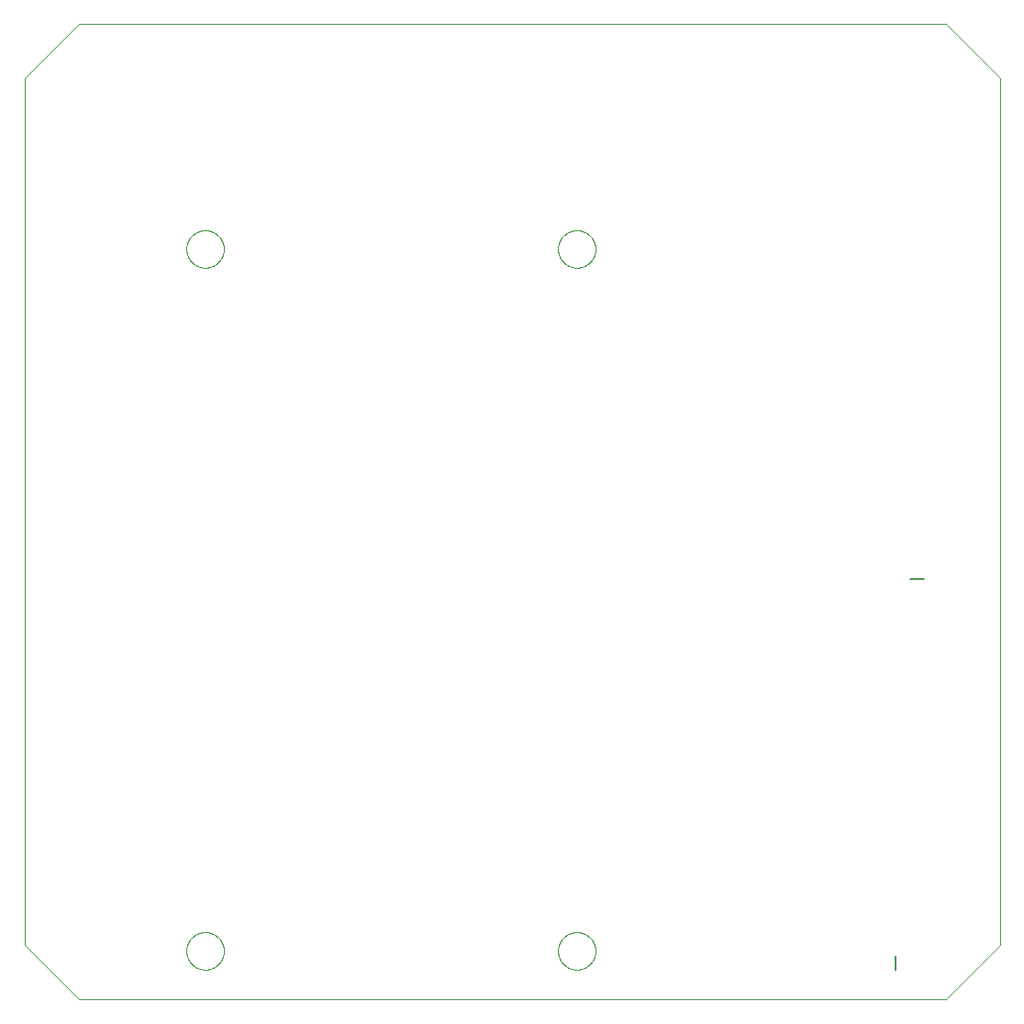
<source format=gbo>
G75*
%MOIN*%
%OFA0B0*%
%FSLAX25Y25*%
%IPPOS*%
%LPD*%
%AMOC8*
5,1,8,0,0,1.08239X$1,22.5*
%
%ADD10C,0.00000*%
%ADD11R,0.00394X0.00394*%
%ADD12R,0.07874X0.00394*%
%ADD13R,0.14173X0.00394*%
%ADD14R,0.18504X0.00394*%
%ADD15R,0.11417X0.00394*%
%ADD16R,0.09449X0.00394*%
%ADD17R,0.16142X0.00394*%
%ADD18R,0.27165X0.00394*%
%ADD19R,0.07480X0.00394*%
%ADD20R,0.14961X0.00394*%
%ADD21R,0.05906X0.00394*%
%ADD22R,0.31102X0.00394*%
%ADD23R,0.13780X0.00394*%
%ADD24R,0.11024X0.00394*%
%ADD25R,0.00787X0.00394*%
%ADD26R,0.08661X0.00394*%
%ADD27R,0.09843X0.00394*%
%ADD28R,0.09055X0.00394*%
%ADD29R,0.08268X0.00394*%
%ADD30R,0.07087X0.00394*%
%ADD31R,0.06693X0.00394*%
%ADD32R,0.06299X0.00394*%
%ADD33R,0.03150X0.00394*%
%ADD34R,0.02756X0.00394*%
%ADD35R,0.05512X0.00394*%
%ADD36R,0.05118X0.00394*%
%ADD37R,0.03937X0.00394*%
%ADD38R,0.02362X0.00394*%
%ADD39R,0.04724X0.00394*%
%ADD40R,0.01181X0.00394*%
%ADD41R,0.04331X0.00394*%
%ADD42R,0.03543X0.00394*%
%ADD43R,0.10630X0.00394*%
%ADD44R,0.12205X0.00394*%
%ADD45R,0.01969X0.00394*%
%ADD46R,0.13386X0.00394*%
%ADD47R,0.12598X0.00394*%
%ADD48R,0.10236X0.00394*%
%ADD49R,0.01575X0.00394*%
%ADD50R,0.15354X0.00394*%
%ADD51R,0.15748X0.00394*%
%ADD52R,0.14567X0.00394*%
%ADD53R,0.17717X0.00394*%
%ADD54R,0.11811X0.00394*%
%ADD55R,0.19685X0.00394*%
%ADD56R,0.17323X0.00394*%
%ADD57R,0.19291X0.00394*%
%ADD58R,0.26378X0.00394*%
%ADD59R,0.30315X0.00394*%
%ADD60R,0.29134X0.00394*%
%ADD61R,0.24803X0.00394*%
%ADD62R,0.21260X0.00394*%
%ADD63C,0.00800*%
D10*
X0020685Y0001812D02*
X0335646Y0001812D01*
X0355331Y0021497D01*
X0355331Y0336458D01*
X0335646Y0356143D01*
X0020685Y0356143D01*
X0001000Y0336458D01*
X0001000Y0021497D01*
X0020685Y0001812D01*
X0059855Y0019497D02*
X0059857Y0019664D01*
X0059863Y0019830D01*
X0059873Y0019997D01*
X0059888Y0020163D01*
X0059906Y0020328D01*
X0059929Y0020493D01*
X0059955Y0020658D01*
X0059985Y0020822D01*
X0060020Y0020985D01*
X0060059Y0021147D01*
X0060101Y0021308D01*
X0060147Y0021468D01*
X0060198Y0021627D01*
X0060252Y0021785D01*
X0060310Y0021941D01*
X0060372Y0022096D01*
X0060438Y0022249D01*
X0060507Y0022401D01*
X0060580Y0022550D01*
X0060657Y0022698D01*
X0060737Y0022844D01*
X0060821Y0022988D01*
X0060909Y0023130D01*
X0060999Y0023270D01*
X0061094Y0023407D01*
X0061191Y0023542D01*
X0061292Y0023675D01*
X0061396Y0023805D01*
X0061504Y0023933D01*
X0061614Y0024058D01*
X0061728Y0024180D01*
X0061844Y0024299D01*
X0061963Y0024415D01*
X0062085Y0024529D01*
X0062210Y0024639D01*
X0062338Y0024747D01*
X0062468Y0024851D01*
X0062601Y0024952D01*
X0062736Y0025049D01*
X0062873Y0025144D01*
X0063013Y0025234D01*
X0063155Y0025322D01*
X0063299Y0025406D01*
X0063445Y0025486D01*
X0063593Y0025563D01*
X0063742Y0025636D01*
X0063894Y0025705D01*
X0064047Y0025771D01*
X0064202Y0025833D01*
X0064358Y0025891D01*
X0064516Y0025945D01*
X0064675Y0025996D01*
X0064835Y0026042D01*
X0064996Y0026084D01*
X0065158Y0026123D01*
X0065321Y0026158D01*
X0065485Y0026188D01*
X0065650Y0026214D01*
X0065815Y0026237D01*
X0065980Y0026255D01*
X0066146Y0026270D01*
X0066313Y0026280D01*
X0066479Y0026286D01*
X0066646Y0026288D01*
X0066813Y0026286D01*
X0066979Y0026280D01*
X0067146Y0026270D01*
X0067312Y0026255D01*
X0067477Y0026237D01*
X0067642Y0026214D01*
X0067807Y0026188D01*
X0067971Y0026158D01*
X0068134Y0026123D01*
X0068296Y0026084D01*
X0068457Y0026042D01*
X0068617Y0025996D01*
X0068776Y0025945D01*
X0068934Y0025891D01*
X0069090Y0025833D01*
X0069245Y0025771D01*
X0069398Y0025705D01*
X0069550Y0025636D01*
X0069699Y0025563D01*
X0069847Y0025486D01*
X0069993Y0025406D01*
X0070137Y0025322D01*
X0070279Y0025234D01*
X0070419Y0025144D01*
X0070556Y0025049D01*
X0070691Y0024952D01*
X0070824Y0024851D01*
X0070954Y0024747D01*
X0071082Y0024639D01*
X0071207Y0024529D01*
X0071329Y0024415D01*
X0071448Y0024299D01*
X0071564Y0024180D01*
X0071678Y0024058D01*
X0071788Y0023933D01*
X0071896Y0023805D01*
X0072000Y0023675D01*
X0072101Y0023542D01*
X0072198Y0023407D01*
X0072293Y0023270D01*
X0072383Y0023130D01*
X0072471Y0022988D01*
X0072555Y0022844D01*
X0072635Y0022698D01*
X0072712Y0022550D01*
X0072785Y0022401D01*
X0072854Y0022249D01*
X0072920Y0022096D01*
X0072982Y0021941D01*
X0073040Y0021785D01*
X0073094Y0021627D01*
X0073145Y0021468D01*
X0073191Y0021308D01*
X0073233Y0021147D01*
X0073272Y0020985D01*
X0073307Y0020822D01*
X0073337Y0020658D01*
X0073363Y0020493D01*
X0073386Y0020328D01*
X0073404Y0020163D01*
X0073419Y0019997D01*
X0073429Y0019830D01*
X0073435Y0019664D01*
X0073437Y0019497D01*
X0073435Y0019330D01*
X0073429Y0019164D01*
X0073419Y0018997D01*
X0073404Y0018831D01*
X0073386Y0018666D01*
X0073363Y0018501D01*
X0073337Y0018336D01*
X0073307Y0018172D01*
X0073272Y0018009D01*
X0073233Y0017847D01*
X0073191Y0017686D01*
X0073145Y0017526D01*
X0073094Y0017367D01*
X0073040Y0017209D01*
X0072982Y0017053D01*
X0072920Y0016898D01*
X0072854Y0016745D01*
X0072785Y0016593D01*
X0072712Y0016444D01*
X0072635Y0016296D01*
X0072555Y0016150D01*
X0072471Y0016006D01*
X0072383Y0015864D01*
X0072293Y0015724D01*
X0072198Y0015587D01*
X0072101Y0015452D01*
X0072000Y0015319D01*
X0071896Y0015189D01*
X0071788Y0015061D01*
X0071678Y0014936D01*
X0071564Y0014814D01*
X0071448Y0014695D01*
X0071329Y0014579D01*
X0071207Y0014465D01*
X0071082Y0014355D01*
X0070954Y0014247D01*
X0070824Y0014143D01*
X0070691Y0014042D01*
X0070556Y0013945D01*
X0070419Y0013850D01*
X0070279Y0013760D01*
X0070137Y0013672D01*
X0069993Y0013588D01*
X0069847Y0013508D01*
X0069699Y0013431D01*
X0069550Y0013358D01*
X0069398Y0013289D01*
X0069245Y0013223D01*
X0069090Y0013161D01*
X0068934Y0013103D01*
X0068776Y0013049D01*
X0068617Y0012998D01*
X0068457Y0012952D01*
X0068296Y0012910D01*
X0068134Y0012871D01*
X0067971Y0012836D01*
X0067807Y0012806D01*
X0067642Y0012780D01*
X0067477Y0012757D01*
X0067312Y0012739D01*
X0067146Y0012724D01*
X0066979Y0012714D01*
X0066813Y0012708D01*
X0066646Y0012706D01*
X0066479Y0012708D01*
X0066313Y0012714D01*
X0066146Y0012724D01*
X0065980Y0012739D01*
X0065815Y0012757D01*
X0065650Y0012780D01*
X0065485Y0012806D01*
X0065321Y0012836D01*
X0065158Y0012871D01*
X0064996Y0012910D01*
X0064835Y0012952D01*
X0064675Y0012998D01*
X0064516Y0013049D01*
X0064358Y0013103D01*
X0064202Y0013161D01*
X0064047Y0013223D01*
X0063894Y0013289D01*
X0063742Y0013358D01*
X0063593Y0013431D01*
X0063445Y0013508D01*
X0063299Y0013588D01*
X0063155Y0013672D01*
X0063013Y0013760D01*
X0062873Y0013850D01*
X0062736Y0013945D01*
X0062601Y0014042D01*
X0062468Y0014143D01*
X0062338Y0014247D01*
X0062210Y0014355D01*
X0062085Y0014465D01*
X0061963Y0014579D01*
X0061844Y0014695D01*
X0061728Y0014814D01*
X0061614Y0014936D01*
X0061504Y0015061D01*
X0061396Y0015189D01*
X0061292Y0015319D01*
X0061191Y0015452D01*
X0061094Y0015587D01*
X0060999Y0015724D01*
X0060909Y0015864D01*
X0060821Y0016006D01*
X0060737Y0016150D01*
X0060657Y0016296D01*
X0060580Y0016444D01*
X0060507Y0016593D01*
X0060438Y0016745D01*
X0060372Y0016898D01*
X0060310Y0017053D01*
X0060252Y0017209D01*
X0060198Y0017367D01*
X0060147Y0017526D01*
X0060101Y0017686D01*
X0060059Y0017847D01*
X0060020Y0018009D01*
X0059985Y0018172D01*
X0059955Y0018336D01*
X0059929Y0018501D01*
X0059906Y0018666D01*
X0059888Y0018831D01*
X0059873Y0018997D01*
X0059863Y0019164D01*
X0059857Y0019330D01*
X0059855Y0019497D01*
X0194855Y0019497D02*
X0194857Y0019664D01*
X0194863Y0019830D01*
X0194873Y0019997D01*
X0194888Y0020163D01*
X0194906Y0020328D01*
X0194929Y0020493D01*
X0194955Y0020658D01*
X0194985Y0020822D01*
X0195020Y0020985D01*
X0195059Y0021147D01*
X0195101Y0021308D01*
X0195147Y0021468D01*
X0195198Y0021627D01*
X0195252Y0021785D01*
X0195310Y0021941D01*
X0195372Y0022096D01*
X0195438Y0022249D01*
X0195507Y0022401D01*
X0195580Y0022550D01*
X0195657Y0022698D01*
X0195737Y0022844D01*
X0195821Y0022988D01*
X0195909Y0023130D01*
X0195999Y0023270D01*
X0196094Y0023407D01*
X0196191Y0023542D01*
X0196292Y0023675D01*
X0196396Y0023805D01*
X0196504Y0023933D01*
X0196614Y0024058D01*
X0196728Y0024180D01*
X0196844Y0024299D01*
X0196963Y0024415D01*
X0197085Y0024529D01*
X0197210Y0024639D01*
X0197338Y0024747D01*
X0197468Y0024851D01*
X0197601Y0024952D01*
X0197736Y0025049D01*
X0197873Y0025144D01*
X0198013Y0025234D01*
X0198155Y0025322D01*
X0198299Y0025406D01*
X0198445Y0025486D01*
X0198593Y0025563D01*
X0198742Y0025636D01*
X0198894Y0025705D01*
X0199047Y0025771D01*
X0199202Y0025833D01*
X0199358Y0025891D01*
X0199516Y0025945D01*
X0199675Y0025996D01*
X0199835Y0026042D01*
X0199996Y0026084D01*
X0200158Y0026123D01*
X0200321Y0026158D01*
X0200485Y0026188D01*
X0200650Y0026214D01*
X0200815Y0026237D01*
X0200980Y0026255D01*
X0201146Y0026270D01*
X0201313Y0026280D01*
X0201479Y0026286D01*
X0201646Y0026288D01*
X0201813Y0026286D01*
X0201979Y0026280D01*
X0202146Y0026270D01*
X0202312Y0026255D01*
X0202477Y0026237D01*
X0202642Y0026214D01*
X0202807Y0026188D01*
X0202971Y0026158D01*
X0203134Y0026123D01*
X0203296Y0026084D01*
X0203457Y0026042D01*
X0203617Y0025996D01*
X0203776Y0025945D01*
X0203934Y0025891D01*
X0204090Y0025833D01*
X0204245Y0025771D01*
X0204398Y0025705D01*
X0204550Y0025636D01*
X0204699Y0025563D01*
X0204847Y0025486D01*
X0204993Y0025406D01*
X0205137Y0025322D01*
X0205279Y0025234D01*
X0205419Y0025144D01*
X0205556Y0025049D01*
X0205691Y0024952D01*
X0205824Y0024851D01*
X0205954Y0024747D01*
X0206082Y0024639D01*
X0206207Y0024529D01*
X0206329Y0024415D01*
X0206448Y0024299D01*
X0206564Y0024180D01*
X0206678Y0024058D01*
X0206788Y0023933D01*
X0206896Y0023805D01*
X0207000Y0023675D01*
X0207101Y0023542D01*
X0207198Y0023407D01*
X0207293Y0023270D01*
X0207383Y0023130D01*
X0207471Y0022988D01*
X0207555Y0022844D01*
X0207635Y0022698D01*
X0207712Y0022550D01*
X0207785Y0022401D01*
X0207854Y0022249D01*
X0207920Y0022096D01*
X0207982Y0021941D01*
X0208040Y0021785D01*
X0208094Y0021627D01*
X0208145Y0021468D01*
X0208191Y0021308D01*
X0208233Y0021147D01*
X0208272Y0020985D01*
X0208307Y0020822D01*
X0208337Y0020658D01*
X0208363Y0020493D01*
X0208386Y0020328D01*
X0208404Y0020163D01*
X0208419Y0019997D01*
X0208429Y0019830D01*
X0208435Y0019664D01*
X0208437Y0019497D01*
X0208435Y0019330D01*
X0208429Y0019164D01*
X0208419Y0018997D01*
X0208404Y0018831D01*
X0208386Y0018666D01*
X0208363Y0018501D01*
X0208337Y0018336D01*
X0208307Y0018172D01*
X0208272Y0018009D01*
X0208233Y0017847D01*
X0208191Y0017686D01*
X0208145Y0017526D01*
X0208094Y0017367D01*
X0208040Y0017209D01*
X0207982Y0017053D01*
X0207920Y0016898D01*
X0207854Y0016745D01*
X0207785Y0016593D01*
X0207712Y0016444D01*
X0207635Y0016296D01*
X0207555Y0016150D01*
X0207471Y0016006D01*
X0207383Y0015864D01*
X0207293Y0015724D01*
X0207198Y0015587D01*
X0207101Y0015452D01*
X0207000Y0015319D01*
X0206896Y0015189D01*
X0206788Y0015061D01*
X0206678Y0014936D01*
X0206564Y0014814D01*
X0206448Y0014695D01*
X0206329Y0014579D01*
X0206207Y0014465D01*
X0206082Y0014355D01*
X0205954Y0014247D01*
X0205824Y0014143D01*
X0205691Y0014042D01*
X0205556Y0013945D01*
X0205419Y0013850D01*
X0205279Y0013760D01*
X0205137Y0013672D01*
X0204993Y0013588D01*
X0204847Y0013508D01*
X0204699Y0013431D01*
X0204550Y0013358D01*
X0204398Y0013289D01*
X0204245Y0013223D01*
X0204090Y0013161D01*
X0203934Y0013103D01*
X0203776Y0013049D01*
X0203617Y0012998D01*
X0203457Y0012952D01*
X0203296Y0012910D01*
X0203134Y0012871D01*
X0202971Y0012836D01*
X0202807Y0012806D01*
X0202642Y0012780D01*
X0202477Y0012757D01*
X0202312Y0012739D01*
X0202146Y0012724D01*
X0201979Y0012714D01*
X0201813Y0012708D01*
X0201646Y0012706D01*
X0201479Y0012708D01*
X0201313Y0012714D01*
X0201146Y0012724D01*
X0200980Y0012739D01*
X0200815Y0012757D01*
X0200650Y0012780D01*
X0200485Y0012806D01*
X0200321Y0012836D01*
X0200158Y0012871D01*
X0199996Y0012910D01*
X0199835Y0012952D01*
X0199675Y0012998D01*
X0199516Y0013049D01*
X0199358Y0013103D01*
X0199202Y0013161D01*
X0199047Y0013223D01*
X0198894Y0013289D01*
X0198742Y0013358D01*
X0198593Y0013431D01*
X0198445Y0013508D01*
X0198299Y0013588D01*
X0198155Y0013672D01*
X0198013Y0013760D01*
X0197873Y0013850D01*
X0197736Y0013945D01*
X0197601Y0014042D01*
X0197468Y0014143D01*
X0197338Y0014247D01*
X0197210Y0014355D01*
X0197085Y0014465D01*
X0196963Y0014579D01*
X0196844Y0014695D01*
X0196728Y0014814D01*
X0196614Y0014936D01*
X0196504Y0015061D01*
X0196396Y0015189D01*
X0196292Y0015319D01*
X0196191Y0015452D01*
X0196094Y0015587D01*
X0195999Y0015724D01*
X0195909Y0015864D01*
X0195821Y0016006D01*
X0195737Y0016150D01*
X0195657Y0016296D01*
X0195580Y0016444D01*
X0195507Y0016593D01*
X0195438Y0016745D01*
X0195372Y0016898D01*
X0195310Y0017053D01*
X0195252Y0017209D01*
X0195198Y0017367D01*
X0195147Y0017526D01*
X0195101Y0017686D01*
X0195059Y0017847D01*
X0195020Y0018009D01*
X0194985Y0018172D01*
X0194955Y0018336D01*
X0194929Y0018501D01*
X0194906Y0018666D01*
X0194888Y0018831D01*
X0194873Y0018997D01*
X0194863Y0019164D01*
X0194857Y0019330D01*
X0194855Y0019497D01*
X0194855Y0274497D02*
X0194857Y0274664D01*
X0194863Y0274830D01*
X0194873Y0274997D01*
X0194888Y0275163D01*
X0194906Y0275328D01*
X0194929Y0275493D01*
X0194955Y0275658D01*
X0194985Y0275822D01*
X0195020Y0275985D01*
X0195059Y0276147D01*
X0195101Y0276308D01*
X0195147Y0276468D01*
X0195198Y0276627D01*
X0195252Y0276785D01*
X0195310Y0276941D01*
X0195372Y0277096D01*
X0195438Y0277249D01*
X0195507Y0277401D01*
X0195580Y0277550D01*
X0195657Y0277698D01*
X0195737Y0277844D01*
X0195821Y0277988D01*
X0195909Y0278130D01*
X0195999Y0278270D01*
X0196094Y0278407D01*
X0196191Y0278542D01*
X0196292Y0278675D01*
X0196396Y0278805D01*
X0196504Y0278933D01*
X0196614Y0279058D01*
X0196728Y0279180D01*
X0196844Y0279299D01*
X0196963Y0279415D01*
X0197085Y0279529D01*
X0197210Y0279639D01*
X0197338Y0279747D01*
X0197468Y0279851D01*
X0197601Y0279952D01*
X0197736Y0280049D01*
X0197873Y0280144D01*
X0198013Y0280234D01*
X0198155Y0280322D01*
X0198299Y0280406D01*
X0198445Y0280486D01*
X0198593Y0280563D01*
X0198742Y0280636D01*
X0198894Y0280705D01*
X0199047Y0280771D01*
X0199202Y0280833D01*
X0199358Y0280891D01*
X0199516Y0280945D01*
X0199675Y0280996D01*
X0199835Y0281042D01*
X0199996Y0281084D01*
X0200158Y0281123D01*
X0200321Y0281158D01*
X0200485Y0281188D01*
X0200650Y0281214D01*
X0200815Y0281237D01*
X0200980Y0281255D01*
X0201146Y0281270D01*
X0201313Y0281280D01*
X0201479Y0281286D01*
X0201646Y0281288D01*
X0201813Y0281286D01*
X0201979Y0281280D01*
X0202146Y0281270D01*
X0202312Y0281255D01*
X0202477Y0281237D01*
X0202642Y0281214D01*
X0202807Y0281188D01*
X0202971Y0281158D01*
X0203134Y0281123D01*
X0203296Y0281084D01*
X0203457Y0281042D01*
X0203617Y0280996D01*
X0203776Y0280945D01*
X0203934Y0280891D01*
X0204090Y0280833D01*
X0204245Y0280771D01*
X0204398Y0280705D01*
X0204550Y0280636D01*
X0204699Y0280563D01*
X0204847Y0280486D01*
X0204993Y0280406D01*
X0205137Y0280322D01*
X0205279Y0280234D01*
X0205419Y0280144D01*
X0205556Y0280049D01*
X0205691Y0279952D01*
X0205824Y0279851D01*
X0205954Y0279747D01*
X0206082Y0279639D01*
X0206207Y0279529D01*
X0206329Y0279415D01*
X0206448Y0279299D01*
X0206564Y0279180D01*
X0206678Y0279058D01*
X0206788Y0278933D01*
X0206896Y0278805D01*
X0207000Y0278675D01*
X0207101Y0278542D01*
X0207198Y0278407D01*
X0207293Y0278270D01*
X0207383Y0278130D01*
X0207471Y0277988D01*
X0207555Y0277844D01*
X0207635Y0277698D01*
X0207712Y0277550D01*
X0207785Y0277401D01*
X0207854Y0277249D01*
X0207920Y0277096D01*
X0207982Y0276941D01*
X0208040Y0276785D01*
X0208094Y0276627D01*
X0208145Y0276468D01*
X0208191Y0276308D01*
X0208233Y0276147D01*
X0208272Y0275985D01*
X0208307Y0275822D01*
X0208337Y0275658D01*
X0208363Y0275493D01*
X0208386Y0275328D01*
X0208404Y0275163D01*
X0208419Y0274997D01*
X0208429Y0274830D01*
X0208435Y0274664D01*
X0208437Y0274497D01*
X0208435Y0274330D01*
X0208429Y0274164D01*
X0208419Y0273997D01*
X0208404Y0273831D01*
X0208386Y0273666D01*
X0208363Y0273501D01*
X0208337Y0273336D01*
X0208307Y0273172D01*
X0208272Y0273009D01*
X0208233Y0272847D01*
X0208191Y0272686D01*
X0208145Y0272526D01*
X0208094Y0272367D01*
X0208040Y0272209D01*
X0207982Y0272053D01*
X0207920Y0271898D01*
X0207854Y0271745D01*
X0207785Y0271593D01*
X0207712Y0271444D01*
X0207635Y0271296D01*
X0207555Y0271150D01*
X0207471Y0271006D01*
X0207383Y0270864D01*
X0207293Y0270724D01*
X0207198Y0270587D01*
X0207101Y0270452D01*
X0207000Y0270319D01*
X0206896Y0270189D01*
X0206788Y0270061D01*
X0206678Y0269936D01*
X0206564Y0269814D01*
X0206448Y0269695D01*
X0206329Y0269579D01*
X0206207Y0269465D01*
X0206082Y0269355D01*
X0205954Y0269247D01*
X0205824Y0269143D01*
X0205691Y0269042D01*
X0205556Y0268945D01*
X0205419Y0268850D01*
X0205279Y0268760D01*
X0205137Y0268672D01*
X0204993Y0268588D01*
X0204847Y0268508D01*
X0204699Y0268431D01*
X0204550Y0268358D01*
X0204398Y0268289D01*
X0204245Y0268223D01*
X0204090Y0268161D01*
X0203934Y0268103D01*
X0203776Y0268049D01*
X0203617Y0267998D01*
X0203457Y0267952D01*
X0203296Y0267910D01*
X0203134Y0267871D01*
X0202971Y0267836D01*
X0202807Y0267806D01*
X0202642Y0267780D01*
X0202477Y0267757D01*
X0202312Y0267739D01*
X0202146Y0267724D01*
X0201979Y0267714D01*
X0201813Y0267708D01*
X0201646Y0267706D01*
X0201479Y0267708D01*
X0201313Y0267714D01*
X0201146Y0267724D01*
X0200980Y0267739D01*
X0200815Y0267757D01*
X0200650Y0267780D01*
X0200485Y0267806D01*
X0200321Y0267836D01*
X0200158Y0267871D01*
X0199996Y0267910D01*
X0199835Y0267952D01*
X0199675Y0267998D01*
X0199516Y0268049D01*
X0199358Y0268103D01*
X0199202Y0268161D01*
X0199047Y0268223D01*
X0198894Y0268289D01*
X0198742Y0268358D01*
X0198593Y0268431D01*
X0198445Y0268508D01*
X0198299Y0268588D01*
X0198155Y0268672D01*
X0198013Y0268760D01*
X0197873Y0268850D01*
X0197736Y0268945D01*
X0197601Y0269042D01*
X0197468Y0269143D01*
X0197338Y0269247D01*
X0197210Y0269355D01*
X0197085Y0269465D01*
X0196963Y0269579D01*
X0196844Y0269695D01*
X0196728Y0269814D01*
X0196614Y0269936D01*
X0196504Y0270061D01*
X0196396Y0270189D01*
X0196292Y0270319D01*
X0196191Y0270452D01*
X0196094Y0270587D01*
X0195999Y0270724D01*
X0195909Y0270864D01*
X0195821Y0271006D01*
X0195737Y0271150D01*
X0195657Y0271296D01*
X0195580Y0271444D01*
X0195507Y0271593D01*
X0195438Y0271745D01*
X0195372Y0271898D01*
X0195310Y0272053D01*
X0195252Y0272209D01*
X0195198Y0272367D01*
X0195147Y0272526D01*
X0195101Y0272686D01*
X0195059Y0272847D01*
X0195020Y0273009D01*
X0194985Y0273172D01*
X0194955Y0273336D01*
X0194929Y0273501D01*
X0194906Y0273666D01*
X0194888Y0273831D01*
X0194873Y0273997D01*
X0194863Y0274164D01*
X0194857Y0274330D01*
X0194855Y0274497D01*
X0059855Y0274497D02*
X0059857Y0274664D01*
X0059863Y0274830D01*
X0059873Y0274997D01*
X0059888Y0275163D01*
X0059906Y0275328D01*
X0059929Y0275493D01*
X0059955Y0275658D01*
X0059985Y0275822D01*
X0060020Y0275985D01*
X0060059Y0276147D01*
X0060101Y0276308D01*
X0060147Y0276468D01*
X0060198Y0276627D01*
X0060252Y0276785D01*
X0060310Y0276941D01*
X0060372Y0277096D01*
X0060438Y0277249D01*
X0060507Y0277401D01*
X0060580Y0277550D01*
X0060657Y0277698D01*
X0060737Y0277844D01*
X0060821Y0277988D01*
X0060909Y0278130D01*
X0060999Y0278270D01*
X0061094Y0278407D01*
X0061191Y0278542D01*
X0061292Y0278675D01*
X0061396Y0278805D01*
X0061504Y0278933D01*
X0061614Y0279058D01*
X0061728Y0279180D01*
X0061844Y0279299D01*
X0061963Y0279415D01*
X0062085Y0279529D01*
X0062210Y0279639D01*
X0062338Y0279747D01*
X0062468Y0279851D01*
X0062601Y0279952D01*
X0062736Y0280049D01*
X0062873Y0280144D01*
X0063013Y0280234D01*
X0063155Y0280322D01*
X0063299Y0280406D01*
X0063445Y0280486D01*
X0063593Y0280563D01*
X0063742Y0280636D01*
X0063894Y0280705D01*
X0064047Y0280771D01*
X0064202Y0280833D01*
X0064358Y0280891D01*
X0064516Y0280945D01*
X0064675Y0280996D01*
X0064835Y0281042D01*
X0064996Y0281084D01*
X0065158Y0281123D01*
X0065321Y0281158D01*
X0065485Y0281188D01*
X0065650Y0281214D01*
X0065815Y0281237D01*
X0065980Y0281255D01*
X0066146Y0281270D01*
X0066313Y0281280D01*
X0066479Y0281286D01*
X0066646Y0281288D01*
X0066813Y0281286D01*
X0066979Y0281280D01*
X0067146Y0281270D01*
X0067312Y0281255D01*
X0067477Y0281237D01*
X0067642Y0281214D01*
X0067807Y0281188D01*
X0067971Y0281158D01*
X0068134Y0281123D01*
X0068296Y0281084D01*
X0068457Y0281042D01*
X0068617Y0280996D01*
X0068776Y0280945D01*
X0068934Y0280891D01*
X0069090Y0280833D01*
X0069245Y0280771D01*
X0069398Y0280705D01*
X0069550Y0280636D01*
X0069699Y0280563D01*
X0069847Y0280486D01*
X0069993Y0280406D01*
X0070137Y0280322D01*
X0070279Y0280234D01*
X0070419Y0280144D01*
X0070556Y0280049D01*
X0070691Y0279952D01*
X0070824Y0279851D01*
X0070954Y0279747D01*
X0071082Y0279639D01*
X0071207Y0279529D01*
X0071329Y0279415D01*
X0071448Y0279299D01*
X0071564Y0279180D01*
X0071678Y0279058D01*
X0071788Y0278933D01*
X0071896Y0278805D01*
X0072000Y0278675D01*
X0072101Y0278542D01*
X0072198Y0278407D01*
X0072293Y0278270D01*
X0072383Y0278130D01*
X0072471Y0277988D01*
X0072555Y0277844D01*
X0072635Y0277698D01*
X0072712Y0277550D01*
X0072785Y0277401D01*
X0072854Y0277249D01*
X0072920Y0277096D01*
X0072982Y0276941D01*
X0073040Y0276785D01*
X0073094Y0276627D01*
X0073145Y0276468D01*
X0073191Y0276308D01*
X0073233Y0276147D01*
X0073272Y0275985D01*
X0073307Y0275822D01*
X0073337Y0275658D01*
X0073363Y0275493D01*
X0073386Y0275328D01*
X0073404Y0275163D01*
X0073419Y0274997D01*
X0073429Y0274830D01*
X0073435Y0274664D01*
X0073437Y0274497D01*
X0073435Y0274330D01*
X0073429Y0274164D01*
X0073419Y0273997D01*
X0073404Y0273831D01*
X0073386Y0273666D01*
X0073363Y0273501D01*
X0073337Y0273336D01*
X0073307Y0273172D01*
X0073272Y0273009D01*
X0073233Y0272847D01*
X0073191Y0272686D01*
X0073145Y0272526D01*
X0073094Y0272367D01*
X0073040Y0272209D01*
X0072982Y0272053D01*
X0072920Y0271898D01*
X0072854Y0271745D01*
X0072785Y0271593D01*
X0072712Y0271444D01*
X0072635Y0271296D01*
X0072555Y0271150D01*
X0072471Y0271006D01*
X0072383Y0270864D01*
X0072293Y0270724D01*
X0072198Y0270587D01*
X0072101Y0270452D01*
X0072000Y0270319D01*
X0071896Y0270189D01*
X0071788Y0270061D01*
X0071678Y0269936D01*
X0071564Y0269814D01*
X0071448Y0269695D01*
X0071329Y0269579D01*
X0071207Y0269465D01*
X0071082Y0269355D01*
X0070954Y0269247D01*
X0070824Y0269143D01*
X0070691Y0269042D01*
X0070556Y0268945D01*
X0070419Y0268850D01*
X0070279Y0268760D01*
X0070137Y0268672D01*
X0069993Y0268588D01*
X0069847Y0268508D01*
X0069699Y0268431D01*
X0069550Y0268358D01*
X0069398Y0268289D01*
X0069245Y0268223D01*
X0069090Y0268161D01*
X0068934Y0268103D01*
X0068776Y0268049D01*
X0068617Y0267998D01*
X0068457Y0267952D01*
X0068296Y0267910D01*
X0068134Y0267871D01*
X0067971Y0267836D01*
X0067807Y0267806D01*
X0067642Y0267780D01*
X0067477Y0267757D01*
X0067312Y0267739D01*
X0067146Y0267724D01*
X0066979Y0267714D01*
X0066813Y0267708D01*
X0066646Y0267706D01*
X0066479Y0267708D01*
X0066313Y0267714D01*
X0066146Y0267724D01*
X0065980Y0267739D01*
X0065815Y0267757D01*
X0065650Y0267780D01*
X0065485Y0267806D01*
X0065321Y0267836D01*
X0065158Y0267871D01*
X0064996Y0267910D01*
X0064835Y0267952D01*
X0064675Y0267998D01*
X0064516Y0268049D01*
X0064358Y0268103D01*
X0064202Y0268161D01*
X0064047Y0268223D01*
X0063894Y0268289D01*
X0063742Y0268358D01*
X0063593Y0268431D01*
X0063445Y0268508D01*
X0063299Y0268588D01*
X0063155Y0268672D01*
X0063013Y0268760D01*
X0062873Y0268850D01*
X0062736Y0268945D01*
X0062601Y0269042D01*
X0062468Y0269143D01*
X0062338Y0269247D01*
X0062210Y0269355D01*
X0062085Y0269465D01*
X0061963Y0269579D01*
X0061844Y0269695D01*
X0061728Y0269814D01*
X0061614Y0269936D01*
X0061504Y0270061D01*
X0061396Y0270189D01*
X0061292Y0270319D01*
X0061191Y0270452D01*
X0061094Y0270587D01*
X0060999Y0270724D01*
X0060909Y0270864D01*
X0060821Y0271006D01*
X0060737Y0271150D01*
X0060657Y0271296D01*
X0060580Y0271444D01*
X0060507Y0271593D01*
X0060438Y0271745D01*
X0060372Y0271898D01*
X0060310Y0272053D01*
X0060252Y0272209D01*
X0060198Y0272367D01*
X0060147Y0272526D01*
X0060101Y0272686D01*
X0060059Y0272847D01*
X0060020Y0273009D01*
X0059985Y0273172D01*
X0059955Y0273336D01*
X0059929Y0273501D01*
X0059906Y0273666D01*
X0059888Y0273831D01*
X0059873Y0273997D01*
X0059863Y0274164D01*
X0059857Y0274330D01*
X0059855Y0274497D01*
D11*
X0065354Y0120442D03*
X0059843Y0114537D03*
X0051181Y0114143D03*
X0038976Y0099970D03*
X0033858Y0086584D03*
X0029134Y0088159D03*
X0022441Y0091702D03*
X0022441Y0092096D03*
X0022441Y0092490D03*
X0022047Y0093277D03*
X0022047Y0093671D03*
X0020079Y0090127D03*
X0016929Y0088159D03*
X0015354Y0090521D03*
X0014961Y0091702D03*
X0014961Y0092096D03*
X0014961Y0092490D03*
X0015354Y0093277D03*
X0015354Y0093671D03*
X0016535Y0095639D03*
X0036220Y0070442D03*
X0051969Y0072804D03*
X0055512Y0070049D03*
X0052362Y0084616D03*
X0053150Y0088946D03*
X0059055Y0086584D03*
X0070866Y0078316D03*
X0070866Y0072017D03*
X0079921Y0075560D03*
X0079134Y0080285D03*
X0082283Y0084616D03*
X0083858Y0084616D03*
X0077953Y0087765D03*
X0076772Y0086584D03*
X0092913Y0077529D03*
X0102362Y0073592D03*
X0098425Y0087371D03*
X0081102Y0069655D03*
X0105118Y0049182D03*
X0081890Y0040915D03*
X0079921Y0036978D03*
X0073622Y0040127D03*
X0068898Y0036978D03*
X0065354Y0041702D03*
X0060630Y0043277D03*
X0121654Y0070442D03*
X0121260Y0073592D03*
X0127165Y0073198D03*
X0127165Y0076741D03*
X0127165Y0084222D03*
X0121260Y0087371D03*
X0095669Y0112175D03*
X0089764Y0119261D03*
X0079134Y0117686D03*
X0072441Y0117686D03*
X0071260Y0117686D03*
D12*
X0075394Y0121230D03*
X0089567Y0117293D03*
X0091929Y0116112D03*
X0102953Y0087371D03*
X0115157Y0087371D03*
X0087598Y0085009D03*
X0058858Y0116112D03*
X0032480Y0080285D03*
X0050197Y0071230D03*
X0058858Y0042096D03*
X0067126Y0038553D03*
X0075394Y0036978D03*
X0091929Y0042096D03*
D13*
X0075394Y0037371D03*
X0065945Y0040127D03*
X0052165Y0072017D03*
X0083268Y0086190D03*
X0065945Y0118080D03*
D14*
X0075591Y0037765D03*
D15*
X0080315Y0038159D03*
X0063780Y0040521D03*
X0050000Y0073198D03*
X0052362Y0086978D03*
X0063780Y0117686D03*
X0103150Y0085797D03*
D16*
X0083268Y0070442D03*
X0089567Y0041308D03*
X0069488Y0038159D03*
X0061220Y0116899D03*
D17*
X0079528Y0038553D03*
D18*
X0075197Y0038946D03*
D19*
X0086220Y0039340D03*
X0092913Y0042490D03*
X0093701Y0042883D03*
X0056299Y0072804D03*
X0057087Y0074379D03*
X0047244Y0074379D03*
X0056693Y0084616D03*
X0032283Y0079891D03*
X0056299Y0114930D03*
X0057874Y0115718D03*
X0092913Y0115718D03*
X0111811Y0083434D03*
D20*
X0083268Y0085797D03*
X0052559Y0085403D03*
X0074606Y0039340D03*
D21*
X0063780Y0039340D03*
X0054331Y0044458D03*
X0053150Y0045245D03*
X0052362Y0045639D03*
X0049606Y0047608D03*
X0038976Y0070836D03*
X0038976Y0071230D03*
X0038583Y0071623D03*
X0037795Y0072804D03*
X0037795Y0073198D03*
X0037008Y0073986D03*
X0037008Y0074379D03*
X0036614Y0074773D03*
X0036220Y0075167D03*
X0035827Y0075954D03*
X0027953Y0085403D03*
X0027559Y0085797D03*
X0027165Y0086190D03*
X0026772Y0086978D03*
X0037402Y0086584D03*
X0046457Y0083041D03*
X0052362Y0112568D03*
X0053150Y0112962D03*
X0054724Y0114143D03*
X0069291Y0120442D03*
X0092126Y0116505D03*
X0097244Y0113356D03*
X0098425Y0112568D03*
X0100394Y0110993D03*
X0088976Y0083828D03*
X0089370Y0083041D03*
X0089764Y0082253D03*
X0089764Y0081860D03*
X0090157Y0081072D03*
X0090157Y0080679D03*
X0090157Y0079891D03*
X0090157Y0079497D03*
X0090157Y0079104D03*
X0090157Y0078710D03*
X0090157Y0078316D03*
X0090157Y0077923D03*
X0098819Y0073592D03*
X0111811Y0070836D03*
X0100394Y0047214D03*
X0098425Y0045639D03*
D22*
X0075591Y0039734D03*
X0075591Y0118474D03*
D23*
X0068898Y0119261D03*
X0085039Y0118080D03*
X0082283Y0072411D03*
X0085039Y0040127D03*
D24*
X0087205Y0040521D03*
X0081693Y0073198D03*
X0051378Y0079497D03*
X0050984Y0085797D03*
X0032480Y0077135D03*
X0087205Y0117686D03*
X0115157Y0086190D03*
D25*
X0121457Y0081072D03*
X0121457Y0080285D03*
X0114764Y0071623D03*
X0108858Y0072411D03*
X0085236Y0084616D03*
X0073425Y0078316D03*
X0070669Y0074773D03*
X0075394Y0073198D03*
X0070669Y0089340D03*
X0048622Y0107844D03*
X0048622Y0111387D03*
X0022244Y0092883D03*
X0022244Y0091308D03*
X0022244Y0090915D03*
X0022244Y0090521D03*
X0021850Y0090127D03*
X0021063Y0089340D03*
X0020669Y0088946D03*
X0019882Y0090521D03*
X0019882Y0090915D03*
X0019882Y0091308D03*
X0019882Y0092490D03*
X0019882Y0092883D03*
X0019882Y0093277D03*
X0021063Y0094852D03*
X0021457Y0094458D03*
X0017520Y0092883D03*
X0017520Y0092490D03*
X0017520Y0091308D03*
X0017520Y0090915D03*
X0017520Y0090521D03*
X0016339Y0089340D03*
X0016732Y0088946D03*
X0015945Y0089734D03*
X0015157Y0090915D03*
X0015157Y0091308D03*
X0015157Y0092883D03*
X0015945Y0094458D03*
X0016339Y0094852D03*
X0031299Y0084222D03*
X0050984Y0048395D03*
X0093110Y0040915D03*
X0090354Y0115324D03*
D26*
X0083268Y0087765D03*
X0087992Y0040915D03*
X0060039Y0041702D03*
X0032480Y0079104D03*
X0032087Y0080679D03*
X0030512Y0083434D03*
D27*
X0032283Y0078316D03*
X0052362Y0087371D03*
X0054331Y0086190D03*
X0062205Y0117293D03*
X0103150Y0086978D03*
X0062205Y0040915D03*
D28*
X0061024Y0041308D03*
X0032283Y0078710D03*
X0032283Y0081072D03*
X0081890Y0086584D03*
X0103937Y0086190D03*
X0115354Y0086978D03*
X0089764Y0116899D03*
D29*
X0059843Y0116505D03*
X0052362Y0087765D03*
X0052362Y0070442D03*
X0057874Y0042490D03*
X0090945Y0041702D03*
X0111811Y0083828D03*
X0123228Y0084616D03*
D30*
X0123819Y0083828D03*
X0123819Y0083434D03*
X0112008Y0080285D03*
X0112008Y0079104D03*
X0112008Y0077923D03*
X0111614Y0077135D03*
X0112008Y0075560D03*
X0112008Y0073198D03*
X0112008Y0072017D03*
X0100197Y0084222D03*
X0078150Y0084616D03*
X0076575Y0077923D03*
X0077756Y0073986D03*
X0078150Y0073592D03*
X0058465Y0076741D03*
X0058071Y0075560D03*
X0057283Y0084222D03*
X0046260Y0081072D03*
X0046654Y0074773D03*
X0047835Y0072804D03*
X0036811Y0086190D03*
X0037598Y0087371D03*
X0057283Y0115324D03*
X0078937Y0120836D03*
X0055315Y0043671D03*
X0056496Y0043277D03*
X0057283Y0042883D03*
D31*
X0077559Y0074379D03*
X0077165Y0074773D03*
X0076772Y0075954D03*
X0076378Y0077529D03*
X0076378Y0080679D03*
X0076378Y0081072D03*
X0076772Y0082647D03*
X0077165Y0083434D03*
X0077559Y0083828D03*
X0077559Y0084222D03*
X0088189Y0073592D03*
X0088583Y0073986D03*
X0088976Y0074379D03*
X0099213Y0074773D03*
X0099213Y0072411D03*
X0099213Y0071230D03*
X0099213Y0077135D03*
X0099213Y0077923D03*
X0099213Y0078710D03*
X0099213Y0079497D03*
X0099213Y0081072D03*
X0099213Y0082647D03*
X0099606Y0083041D03*
X0099606Y0083434D03*
X0100000Y0083828D03*
X0111811Y0083041D03*
X0111811Y0082253D03*
X0111811Y0081860D03*
X0111811Y0081072D03*
X0111811Y0080679D03*
X0111811Y0079891D03*
X0111811Y0079497D03*
X0111811Y0078710D03*
X0111811Y0078316D03*
X0111811Y0077529D03*
X0111811Y0076348D03*
X0111811Y0075954D03*
X0111811Y0075167D03*
X0111811Y0074773D03*
X0111811Y0073592D03*
X0111811Y0072804D03*
X0111811Y0071230D03*
X0124016Y0083041D03*
X0123228Y0084222D03*
X0095276Y0114537D03*
X0094488Y0114930D03*
X0071654Y0120836D03*
X0055512Y0114537D03*
X0037795Y0087765D03*
X0037402Y0086978D03*
X0036614Y0085797D03*
X0036220Y0085009D03*
X0035827Y0084616D03*
X0035433Y0084222D03*
X0034646Y0082647D03*
X0029134Y0075560D03*
X0028740Y0074773D03*
X0027559Y0073198D03*
X0027559Y0072804D03*
X0027165Y0072411D03*
X0026772Y0071623D03*
X0026378Y0071230D03*
X0026378Y0070836D03*
X0046457Y0075167D03*
X0045669Y0081466D03*
X0047244Y0084222D03*
X0057874Y0075167D03*
X0058268Y0075954D03*
X0058268Y0076348D03*
X0058661Y0077135D03*
X0058661Y0077529D03*
X0058661Y0080285D03*
X0058661Y0081466D03*
X0058268Y0082647D03*
X0094488Y0043277D03*
X0095276Y0043671D03*
D32*
X0095866Y0044064D03*
X0096654Y0044458D03*
X0097441Y0044852D03*
X0097835Y0045245D03*
X0099803Y0070836D03*
X0099409Y0072017D03*
X0099409Y0073198D03*
X0099409Y0073986D03*
X0099409Y0074379D03*
X0099409Y0075167D03*
X0099409Y0075560D03*
X0099409Y0076348D03*
X0099409Y0076741D03*
X0099409Y0077529D03*
X0099409Y0079104D03*
X0099409Y0079891D03*
X0099409Y0080285D03*
X0099409Y0080679D03*
X0099409Y0081466D03*
X0102953Y0087765D03*
X0115157Y0087765D03*
X0124213Y0087765D03*
X0124213Y0086978D03*
X0124213Y0086584D03*
X0124213Y0086190D03*
X0124213Y0082253D03*
X0124213Y0081860D03*
X0124213Y0080679D03*
X0124213Y0079891D03*
X0124213Y0079104D03*
X0124213Y0078710D03*
X0124213Y0077923D03*
X0124213Y0077529D03*
X0124213Y0077135D03*
X0124213Y0075954D03*
X0124213Y0075560D03*
X0124213Y0075167D03*
X0124213Y0074379D03*
X0124213Y0073986D03*
X0124213Y0072804D03*
X0124213Y0072411D03*
X0124213Y0072017D03*
X0124213Y0071230D03*
X0124213Y0070836D03*
X0089961Y0075954D03*
X0089567Y0075560D03*
X0089567Y0075167D03*
X0089173Y0074773D03*
X0089961Y0076741D03*
X0089961Y0077135D03*
X0089961Y0081466D03*
X0089567Y0082647D03*
X0088780Y0084222D03*
X0083268Y0088159D03*
X0076969Y0083041D03*
X0076575Y0082253D03*
X0076575Y0081860D03*
X0076181Y0079497D03*
X0076181Y0079104D03*
X0076181Y0078710D03*
X0076575Y0077135D03*
X0076575Y0076741D03*
X0076969Y0075167D03*
X0083268Y0070049D03*
X0067913Y0070836D03*
X0067913Y0071230D03*
X0067913Y0071623D03*
X0067913Y0072804D03*
X0067913Y0073198D03*
X0067913Y0073986D03*
X0067913Y0074379D03*
X0067913Y0075167D03*
X0067913Y0075560D03*
X0067913Y0075954D03*
X0067913Y0076348D03*
X0067913Y0076741D03*
X0067913Y0077529D03*
X0067913Y0077923D03*
X0067913Y0079104D03*
X0067913Y0079497D03*
X0067913Y0080285D03*
X0067913Y0080679D03*
X0067913Y0081072D03*
X0067913Y0081466D03*
X0067913Y0081860D03*
X0067913Y0082253D03*
X0067913Y0082647D03*
X0067913Y0083041D03*
X0067913Y0083828D03*
X0067913Y0085009D03*
X0067913Y0085403D03*
X0067913Y0085797D03*
X0067913Y0086190D03*
X0067913Y0086584D03*
X0067913Y0086978D03*
X0067913Y0087765D03*
X0067913Y0088159D03*
X0067913Y0088553D03*
X0067913Y0089734D03*
X0067913Y0090127D03*
X0067913Y0090915D03*
X0067913Y0091308D03*
X0067913Y0091702D03*
X0067913Y0092096D03*
X0067913Y0093277D03*
X0067913Y0093671D03*
X0067913Y0094458D03*
X0067913Y0094852D03*
X0067913Y0095245D03*
X0057677Y0083828D03*
X0058071Y0083041D03*
X0058465Y0082253D03*
X0058465Y0081860D03*
X0052559Y0088159D03*
X0047047Y0083828D03*
X0046654Y0083434D03*
X0046260Y0082647D03*
X0046260Y0081860D03*
X0046260Y0075560D03*
X0037992Y0072411D03*
X0029331Y0075954D03*
X0028937Y0075167D03*
X0028150Y0073986D03*
X0028150Y0085009D03*
X0026969Y0086584D03*
X0026181Y0087371D03*
X0026181Y0087765D03*
X0053740Y0113356D03*
X0054134Y0113749D03*
X0094291Y0115324D03*
X0095866Y0114143D03*
X0096654Y0113749D03*
X0097835Y0112962D03*
X0053740Y0044852D03*
D33*
X0056496Y0044064D03*
X0037205Y0065324D03*
X0039961Y0072017D03*
X0038780Y0073592D03*
X0034843Y0075560D03*
X0029724Y0073592D03*
X0026181Y0073592D03*
X0036811Y0083434D03*
X0043898Y0079497D03*
X0047441Y0086190D03*
X0058465Y0085797D03*
X0066339Y0087371D03*
X0069488Y0083434D03*
X0066339Y0078710D03*
X0066339Y0077135D03*
X0066339Y0072411D03*
X0077756Y0079891D03*
X0069488Y0094064D03*
X0098228Y0111781D03*
X0113976Y0092096D03*
X0113976Y0066112D03*
X0104528Y0049970D03*
X0037205Y0092883D03*
X0018701Y0093671D03*
X0018701Y0095639D03*
X0018701Y0091702D03*
D34*
X0018898Y0092096D03*
X0036614Y0072017D03*
X0042913Y0055875D03*
X0053150Y0044064D03*
X0055512Y0074773D03*
X0066142Y0083434D03*
X0069685Y0087371D03*
X0066142Y0094064D03*
X0069685Y0078710D03*
X0069685Y0077135D03*
X0069685Y0072411D03*
X0074409Y0079891D03*
X0088189Y0086584D03*
X0103543Y0084616D03*
X0113780Y0073986D03*
X0040945Y0099970D03*
D35*
X0049016Y0110206D03*
X0049803Y0110600D03*
X0051378Y0111781D03*
X0051772Y0112175D03*
X0030512Y0081466D03*
X0067520Y0078316D03*
X0067520Y0072017D03*
X0075787Y0080285D03*
X0076575Y0075560D03*
X0088780Y0084616D03*
X0111220Y0071623D03*
X0112402Y0072411D03*
X0123819Y0076741D03*
X0124606Y0073592D03*
X0124606Y0087371D03*
X0099016Y0112175D03*
X0099409Y0046427D03*
X0099016Y0046033D03*
X0051772Y0046033D03*
X0051378Y0046427D03*
D36*
X0050787Y0046820D03*
X0050394Y0047214D03*
X0049213Y0048001D03*
X0052362Y0070049D03*
X0067323Y0074773D03*
X0076772Y0078316D03*
X0089764Y0077529D03*
X0099213Y0084616D03*
X0111024Y0074379D03*
X0113780Y0084222D03*
X0124803Y0081072D03*
X0124803Y0080285D03*
X0101969Y0109812D03*
X0101575Y0110206D03*
X0101181Y0110600D03*
X0100000Y0111387D03*
X0067323Y0089340D03*
X0048425Y0109419D03*
X0048819Y0109812D03*
X0050394Y0110993D03*
X0102362Y0048789D03*
X0101969Y0048395D03*
X0101575Y0048001D03*
X0101181Y0047608D03*
X0100000Y0046820D03*
D37*
X0102559Y0049182D03*
X0107283Y0053907D03*
X0107677Y0054301D03*
X0108465Y0055482D03*
X0108858Y0055875D03*
X0109252Y0056663D03*
X0109646Y0057056D03*
X0110039Y0057844D03*
X0110433Y0058238D03*
X0110433Y0058631D03*
X0110827Y0059025D03*
X0111220Y0059419D03*
X0111220Y0059812D03*
X0111614Y0060600D03*
X0112402Y0062175D03*
X0113583Y0064930D03*
X0125394Y0071623D03*
X0125394Y0076348D03*
X0123031Y0079497D03*
X0125394Y0082647D03*
X0125394Y0085009D03*
X0113583Y0094064D03*
X0112008Y0096820D03*
X0111614Y0097608D03*
X0111220Y0098395D03*
X0110827Y0099182D03*
X0110433Y0099970D03*
X0110039Y0100364D03*
X0109646Y0101151D03*
X0109252Y0101545D03*
X0108858Y0102332D03*
X0108465Y0102726D03*
X0107677Y0103907D03*
X0100591Y0082253D03*
X0097835Y0081860D03*
X0097835Y0075954D03*
X0100591Y0072804D03*
X0089567Y0073198D03*
X0077756Y0072017D03*
X0077756Y0076348D03*
X0069094Y0088946D03*
X0069094Y0092490D03*
X0059252Y0074773D03*
X0045079Y0082253D03*
X0034843Y0085403D03*
X0034449Y0079497D03*
X0030118Y0079497D03*
X0028937Y0082647D03*
X0018701Y0088553D03*
X0029724Y0074379D03*
X0037598Y0064143D03*
X0039961Y0059419D03*
X0040354Y0058631D03*
X0040748Y0057844D03*
X0041142Y0057450D03*
X0041535Y0056663D03*
X0042323Y0055482D03*
X0042717Y0055088D03*
X0048228Y0048395D03*
X0039961Y0098789D03*
X0040354Y0099576D03*
X0040748Y0100364D03*
X0041142Y0100757D03*
X0041535Y0101545D03*
X0041929Y0101938D03*
X0041929Y0102332D03*
X0042323Y0102726D03*
X0042717Y0103119D03*
X0043504Y0104301D03*
X0045866Y0107844D03*
X0051378Y0111387D03*
D38*
X0044685Y0104694D03*
X0038386Y0085403D03*
X0037992Y0075560D03*
X0035630Y0073592D03*
X0026181Y0074379D03*
X0047047Y0048789D03*
X0049803Y0048789D03*
X0081299Y0085009D03*
X0087205Y0083434D03*
X0087992Y0076348D03*
X0101378Y0075954D03*
X0101378Y0071623D03*
X0101378Y0081860D03*
X0114370Y0081466D03*
X0122244Y0078316D03*
X0126181Y0074773D03*
X0126181Y0085797D03*
D39*
X0113189Y0082647D03*
X0110827Y0076741D03*
X0098622Y0078316D03*
X0077362Y0081466D03*
X0077362Y0085009D03*
X0068701Y0079891D03*
X0067126Y0084616D03*
X0059646Y0079497D03*
X0068701Y0073592D03*
X0049016Y0084616D03*
X0034843Y0081860D03*
X0029724Y0081860D03*
X0028150Y0084222D03*
X0026181Y0072017D03*
X0046260Y0050757D03*
X0046654Y0050364D03*
X0047047Y0049970D03*
X0047441Y0049576D03*
X0047835Y0049182D03*
X0067126Y0092883D03*
X0047835Y0109025D03*
X0047441Y0108631D03*
X0047047Y0108238D03*
X0046260Y0107450D03*
X0043110Y0103907D03*
X0102559Y0109419D03*
X0102953Y0109025D03*
X0103346Y0108631D03*
X0103740Y0108238D03*
X0104134Y0107844D03*
X0104528Y0107450D03*
X0105315Y0106663D03*
X0109252Y0056269D03*
X0106890Y0053119D03*
X0105315Y0051545D03*
X0104921Y0051151D03*
X0104528Y0050757D03*
X0104134Y0050364D03*
X0103346Y0049576D03*
D40*
X0101969Y0049970D03*
X0090157Y0072411D03*
X0101969Y0078316D03*
X0070472Y0084616D03*
X0065354Y0079891D03*
X0065354Y0073592D03*
X0070472Y0092883D03*
X0040945Y0098395D03*
X0042520Y0104694D03*
X0022047Y0094064D03*
X0020472Y0095245D03*
X0016929Y0095245D03*
X0015354Y0094064D03*
X0015354Y0090127D03*
X0021260Y0089734D03*
X0040551Y0055875D03*
D41*
X0041732Y0056269D03*
X0042913Y0054694D03*
X0043307Y0054301D03*
X0043701Y0053907D03*
X0043701Y0053513D03*
X0044094Y0053119D03*
X0044488Y0052726D03*
X0044882Y0052332D03*
X0045276Y0051938D03*
X0045669Y0051545D03*
X0046063Y0051151D03*
X0058268Y0073198D03*
X0056693Y0083434D03*
X0068898Y0084222D03*
X0066929Y0090521D03*
X0046063Y0107056D03*
X0045669Y0106663D03*
X0045276Y0106269D03*
X0044882Y0105875D03*
X0044488Y0105482D03*
X0044094Y0105088D03*
X0042913Y0103513D03*
X0103150Y0088159D03*
X0111417Y0085797D03*
X0115354Y0088159D03*
X0110630Y0081466D03*
X0123228Y0081466D03*
X0112205Y0096033D03*
X0109055Y0101938D03*
X0108268Y0103119D03*
X0107874Y0103513D03*
X0107480Y0104301D03*
X0107087Y0104694D03*
X0106693Y0105088D03*
X0106299Y0105482D03*
X0105906Y0105875D03*
X0105512Y0106269D03*
X0105118Y0107056D03*
X0111811Y0061387D03*
X0108268Y0055088D03*
X0107874Y0054694D03*
X0107087Y0053513D03*
X0106299Y0052726D03*
X0105906Y0052332D03*
X0105512Y0051938D03*
D42*
X0109843Y0057450D03*
X0111417Y0060206D03*
X0111811Y0060993D03*
X0112205Y0061781D03*
X0112598Y0062568D03*
X0112598Y0062962D03*
X0112992Y0063356D03*
X0112992Y0063749D03*
X0113386Y0064143D03*
X0113386Y0064537D03*
X0113780Y0065324D03*
X0113780Y0065718D03*
X0110236Y0073986D03*
X0109055Y0084222D03*
X0113780Y0092490D03*
X0113780Y0092883D03*
X0113386Y0093277D03*
X0113386Y0093671D03*
X0112992Y0094458D03*
X0112992Y0094852D03*
X0112598Y0095245D03*
X0112598Y0095639D03*
X0112205Y0096427D03*
X0111811Y0097214D03*
X0111417Y0098001D03*
X0111024Y0098789D03*
X0110630Y0099576D03*
X0109843Y0100757D03*
X0090551Y0083434D03*
X0088976Y0080285D03*
X0091339Y0076348D03*
X0098031Y0071623D03*
X0122835Y0073198D03*
X0122835Y0074773D03*
X0125591Y0078316D03*
X0060236Y0079104D03*
X0056299Y0071230D03*
X0040157Y0059025D03*
X0039764Y0059812D03*
X0039370Y0060206D03*
X0039370Y0060600D03*
X0038976Y0060993D03*
X0038976Y0061387D03*
X0038583Y0061781D03*
X0038583Y0062175D03*
X0038189Y0062568D03*
X0038189Y0062962D03*
X0037795Y0063356D03*
X0037795Y0063749D03*
X0037402Y0064537D03*
X0037402Y0064930D03*
X0037008Y0065718D03*
X0037008Y0066112D03*
X0040551Y0058238D03*
X0041339Y0057056D03*
X0035433Y0081466D03*
X0029528Y0084616D03*
X0037008Y0092096D03*
X0037008Y0092490D03*
X0037402Y0093277D03*
X0037402Y0093671D03*
X0037795Y0094064D03*
X0037795Y0094458D03*
X0037795Y0094852D03*
X0038189Y0095245D03*
X0038189Y0095639D03*
X0038583Y0096033D03*
X0038583Y0096427D03*
X0038976Y0096820D03*
X0038976Y0097214D03*
X0039370Y0097608D03*
X0039370Y0098001D03*
X0040157Y0099182D03*
X0041339Y0101151D03*
D43*
X0032283Y0082253D03*
X0032283Y0077529D03*
X0051969Y0070836D03*
X0083071Y0070836D03*
X0083071Y0087371D03*
X0111811Y0084616D03*
X0119291Y0085797D03*
D44*
X0083071Y0086978D03*
X0083071Y0071230D03*
X0052362Y0086584D03*
X0048819Y0080285D03*
X0078740Y0120442D03*
D45*
X0084252Y0117293D03*
X0087795Y0116505D03*
X0101181Y0111781D03*
X0097244Y0082253D03*
X0092126Y0080285D03*
X0097244Y0072804D03*
X0109449Y0082647D03*
X0114567Y0076741D03*
X0122047Y0076348D03*
X0122047Y0071623D03*
X0126378Y0079497D03*
X0122047Y0082647D03*
X0074409Y0076348D03*
X0065748Y0088946D03*
X0065748Y0092490D03*
X0060236Y0083434D03*
X0061024Y0078710D03*
X0052362Y0088553D03*
X0048425Y0082253D03*
X0045276Y0084616D03*
X0038976Y0098395D03*
X0026378Y0084616D03*
X0018504Y0088159D03*
D46*
X0083268Y0071623D03*
D47*
X0052165Y0071623D03*
X0032087Y0076348D03*
X0032480Y0083828D03*
X0082480Y0119261D03*
D48*
X0102953Y0086584D03*
X0115157Y0086584D03*
X0085236Y0072017D03*
X0032480Y0077923D03*
D49*
X0029724Y0072017D03*
X0044685Y0073592D03*
X0065551Y0084222D03*
X0070276Y0090521D03*
X0073819Y0081466D03*
X0098228Y0086190D03*
X0114764Y0074379D03*
X0125787Y0073198D03*
X0126575Y0081466D03*
X0017913Y0093277D03*
D50*
X0052362Y0085009D03*
X0051969Y0072411D03*
D51*
X0050197Y0079104D03*
X0083268Y0085403D03*
X0083268Y0072804D03*
D52*
X0053150Y0073592D03*
D53*
X0051969Y0073986D03*
D54*
X0056102Y0081072D03*
X0032480Y0083041D03*
X0032480Y0076741D03*
D55*
X0052165Y0077923D03*
X0052165Y0078316D03*
D56*
X0050984Y0078710D03*
D57*
X0052362Y0079891D03*
X0052362Y0080679D03*
D58*
X0109843Y0085009D03*
D59*
X0112205Y0085403D03*
D60*
X0075394Y0118867D03*
D61*
X0075197Y0119655D03*
D62*
X0075394Y0120049D03*
D63*
X0317484Y0017478D02*
X0317484Y0012478D01*
X0322665Y0154659D02*
X0327665Y0154659D01*
M02*

</source>
